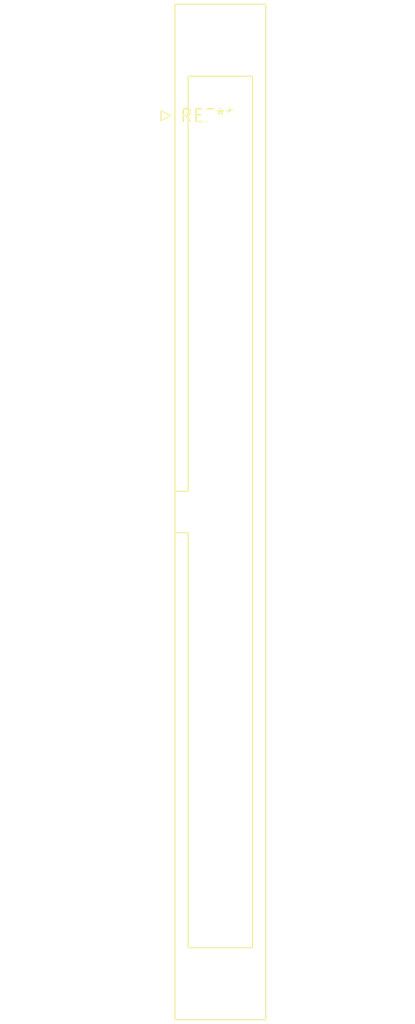
<source format=kicad_pcb>
(kicad_pcb (version 20240108) (generator pcbnew)
  (layers (0 "F.Cu" signal) (31 "B.Cu" signal) (34 "B.Paste" user) (35 "F.Paste" user) (36 "B.SilkS" user "B.Silkscreen") (37 "F.SilkS" user "F.Silkscreen") (38 "B.Mask" user) (39 "F.Mask" user) (44 "Edge.Cuts" user))
  (net 0 "")
  (footprint "IDC-Header_2x32_P2.54mm_Latch_Vertical" (layer "F.Cu") (at 0 0)
    (property "Reference" "REF**")
    (property "Value" "IDC-Header_2x32_P2.54mm_Latch_Vertical")
    (fp_line (start -4.63 -0.5) (end -4.63 0.5) (layer "F.SilkS") (stroke (width 0.12)))
    (fp_line (start -4.63 0.5) (end -3.63 0) (layer "F.SilkS") (stroke (width 0.12)))
    (fp_line (start -3.63 0) (end -4.63 -0.5) (layer "F.SilkS") (stroke (width 0.12)))
    (fp_line (start -3.24 -11.08) (end 5.78 -11.08) (layer "F.SilkS") (stroke (width 0.12)))
    (fp_line (start -3.24 37.32) (end -1.93 37.32) (layer "F.SilkS") (stroke (width 0.12)))
    (fp_line (start -3.24 89.82) (end -3.24 -11.08) (layer "F.SilkS") (stroke (width 0.12)))
    (fp_line (start -1.93 -3.92) (end 4.47 -3.92) (layer "F.SilkS") (stroke (width 0.12)))
    (fp_line (start -1.93 37.32) (end -1.93 -3.92) (layer "F.SilkS") (stroke (width 0.12)))
    (fp_line (start -1.93 41.42) (end -3.24 41.42) (layer "F.SilkS") (stroke (width 0.12)))
    (fp_line (start -1.93 41.42) (end -1.93 41.42) (layer "F.SilkS") (stroke (width 0.12)))
    (fp_line (start -1.93 82.66) (end -1.93 41.42) (layer "F.SilkS") (stroke (width 0.12)))
    (fp_line (start 4.47 -3.92) (end 4.47 82.66) (layer "F.SilkS") (stroke (width 0.12)))
    (fp_line (start 4.47 82.66) (end -1.93 82.66) (layer "F.SilkS") (stroke (width 0.12)))
    (fp_line (start 5.78 -11.08) (end 5.78 89.82) (layer "F.SilkS") (stroke (width 0.12)))
    (fp_line (start 5.78 89.82) (end -3.24 89.82) (layer "F.SilkS") (stroke (width 0.12)))
    (pad "1" thru_hole roundrect (at 0 0) (size 1.7 1.7) (drill 1) (layers *.Cu *.Mask) (remove_unused_layers) (roundrect_rratio 0.147059))
    (pad "2" thru_hole circle (at 2.54 0) (size 1.7 1.7) (drill 1) (layers *.Cu *.Mask) (remove_unused_layers))
    (pad "3" thru_hole circle (at 0 2.54) (size 1.7 1.7) (drill 1) (layers *.Cu *.Mask) (remove_unused_layers))
    (pad "4" thru_hole circle (at 2.54 2.54) (size 1.7 1.7) (drill 1) (layers *.Cu *.Mask) (remove_unused_layers))
    (pad "5" thru_hole circle (at 0 5.08) (size 1.7 1.7) (drill 1) (layers *.Cu *.Mask) (remove_unused_layers))
    (pad "6" thru_hole circle (at 2.54 5.08) (size 1.7 1.7) (drill 1) (layers *.Cu *.Mask) (remove_unused_layers))
    (pad "7" thru_hole circle (at 0 7.62) (size 1.7 1.7) (drill 1) (layers *.Cu *.Mask) (remove_unused_layers))
    (pad "8" thru_hole circle (at 2.54 7.62) (size 1.7 1.7) (drill 1) (layers *.Cu *.Mask) (remove_unused_layers))
    (pad "9" thru_hole circle (at 0 10.16) (size 1.7 1.7) (drill 1) (layers *.Cu *.Mask) (remove_unused_layers))
    (pad "10" thru_hole circle (at 2.54 10.16) (size 1.7 1.7) (drill 1) (layers *.Cu *.Mask) (remove_unused_layers))
    (pad "11" thru_hole circle (at 0 12.7) (size 1.7 1.7) (drill 1) (layers *.Cu *.Mask) (remove_unused_layers))
    (pad "12" thru_hole circle (at 2.54 12.7) (size 1.7 1.7) (drill 1) (layers *.Cu *.Mask) (remove_unused_layers))
    (pad "13" thru_hole circle (at 0 15.24) (size 1.7 1.7) (drill 1) (layers *.Cu *.Mask) (remove_unused_layers))
    (pad "14" thru_hole circle (at 2.54 15.24) (size 1.7 1.7) (drill 1) (layers *.Cu *.Mask) (remove_unused_layers))
    (pad "15" thru_hole circle (at 0 17.78) (size 1.7 1.7) (drill 1) (layers *.Cu *.Mask) (remove_unused_layers))
    (pad "16" thru_hole circle (at 2.54 17.78) (size 1.7 1.7) (drill 1) (layers *.Cu *.Mask) (remove_unused_layers))
    (pad "17" thru_hole circle (at 0 20.32) (size 1.7 1.7) (drill 1) (layers *.Cu *.Mask) (remove_unused_layers))
    (pad "18" thru_hole circle (at 2.54 20.32) (size 1.7 1.7) (drill 1) (layers *.Cu *.Mask) (remove_unused_layers))
    (pad "19" thru_hole circle (at 0 22.86) (size 1.7 1.7) (drill 1) (layers *.Cu *.Mask) (remove_unused_layers))
    (pad "20" thru_hole circle (at 2.54 22.86) (size 1.7 1.7) (drill 1) (layers *.Cu *.Mask) (remove_unused_layers))
    (pad "21" thru_hole circle (at 0 25.4) (size 1.7 1.7) (drill 1) (layers *.Cu *.Mask) (remove_unused_layers))
    (pad "22" thru_hole circle (at 2.54 25.4) (size 1.7 1.7) (drill 1) (layers *.Cu *.Mask) (remove_unused_layers))
    (pad "23" thru_hole circle (at 0 27.94) (size 1.7 1.7) (drill 1) (layers *.Cu *.Mask) (remove_unused_layers))
    (pad "24" thru_hole circle (at 2.54 27.94) (size 1.7 1.7) (drill 1) (layers *.Cu *.Mask) (remove_unused_layers))
    (pad "25" thru_hole circle (at 0 30.48) (size 1.7 1.7) (drill 1) (layers *.Cu *.Mask) (remove_unused_layers))
    (pad "26" thru_hole circle (at 2.54 30.48) (size 1.7 1.7) (drill 1) (layers *.Cu *.Mask) (remove_unused_layers))
    (pad "27" thru_hole circle (at 0 33.02) (size 1.7 1.7) (drill 1) (layers *.Cu *.Mask) (remove_unused_layers))
    (pad "28" thru_hole circle (at 2.54 33.02) (size 1.7 1.7) (drill 1) (layers *.Cu *.Mask) (remove_unused_layers))
    (pad "29" thru_hole circle (at 0 35.56) (size 1.7 1.7) (drill 1) (layers *.Cu *.Mask) (remove_unused_layers))
    (pad "30" thru_hole circle (at 2.54 35.56) (size 1.7 1.7) (drill 1) (layers *.Cu *.Mask) (remove_unused_layers))
    (pad "31" thru_hole circle (at 0 38.1) (size 1.7 1.7) (drill 1) (layers *.Cu *.Mask) (remove_unused_layers))
    (pad "32" thru_hole circle (at 2.54 38.1) (size 1.7 1.7) (drill 1) (layers *.Cu *.Mask) (remove_unused_layers))
    (pad "33" thru_hole circle (at 0 40.64) (size 1.7 1.7) (drill 1) (layers *.Cu *.Mask) (remove_unused_layers))
    (pad "34" thru_hole circle (at 2.54 40.64) (size 1.7 1.7) (drill 1) (layers *.Cu *.Mask) (remove_unused_layers))
    (pad "35" thru_hole circle (at 0 43.18) (size 1.7 1.7) (drill 1) (layers *.Cu *.Mask) (remove_unused_layers))
    (pad "36" thru_hole circle (at 2.54 43.18) (size 1.7 1.7) (drill 1) (layers *.Cu *.Mask) (remove_unused_layers))
    (pad "37" thru_hole circle (at 0 45.72) (size 1.7 1.7) (drill 1) (layers *.Cu *.Mask) (remove_unused_layers))
    (pad "38" thru_hole circle (at 2.54 45.72) (size 1.7 1.7) (drill 1) (layers *.Cu *.Mask) (remove_unused_layers))
    (pad "39" thru_hole circle (at 0 48.26) (size 1.7 1.7) (drill 1) (layers *.Cu *.Mask) (remove_unused_layers))
    (pad "40" thru_hole circle (at 2.54 48.26) (size 1.7 1.7) (drill 1) (layers *.Cu *.Mask) (remove_unused_layers))
    (pad "41" thru_hole circle (at 0 50.8) (size 1.7 1.7) (drill 1) (layers *.Cu *.Mask) (remove_unused_layers))
    (pad "42" thru_hole circle (at 2.54 50.8) (size 1.7 1.7) (drill 1) (layers *.Cu *.Mask) (remove_unused_layers))
    (pad "43" thru_hole circle (at 0 53.34) (size 1.7 1.7) (drill 1) (layers *.Cu *.Mask) (remove_unused_layers))
    (pad "44" thru_hole circle (at 2.54 53.34) (size 1.7 1.7) (drill 1) (layers *.Cu *.Mask) (remove_unused_layers))
    (pad "45" thru_hole circle (at 0 55.88) (size 1.7 1.7) (drill 1) (layers *.Cu *.Mask) (remove_unused_layers))
    (pad "46" thru_hole circle (at 2.54 55.88) (size 1.7 1.7) (drill 1) (layers *.Cu *.Mask) (remove_unused_layers))
    (pad "47" thru_hole circle (at 0 58.42) (size 1.7 1.7) (drill 1) (layers *.Cu *.Mask) (remove_unused_layers))
    (pad "48" thru_hole circle (at 2.54 58.42) (size 1.7 1.7) (drill 1) (layers *.Cu *.Mask) (remove_unused_layers))
    (pad "49" thru_hole circle (at 0 60.96) (size 1.7 1.7) (drill 1) (layers *.Cu *.Mask) (remove_unused_layers))
    (pad "50" thru_hole circle (at 2.54 60.96) (size 1.7 1.7) (drill 1) (layers *.Cu *.Mask) (remove_unused_layers))
    (pad "51" thru_hole circle (at 0 63.5) (size 1.7 1.7) (drill 1) (layers *.Cu *.Mask) (remove_unused_layers))
    (pad "52" thru_hole circle (at 2.54 63.5) (size 1.7 1.7) (drill 1) (layers *.Cu *.Mask) (remove_unused_layers))
    (pad "53" thru_hole circle (at 0 66.04) (size 1.7 1.7) (drill 1) (layers *.Cu *.Mask) (remove_unused_layers))
    (pad "54" thru_hole circle (at 2.54 66.04) (size 1.7 1.7) (drill 1) (layers *.Cu *.Mask) (remove_unused_layers))
    (pad "55" thru_hole circle (at 0 68.58) (size 1.7 1.7) (drill 1) (layers *.Cu *.Mask) (remove_unused_layers))
    (pad "56" thru_hole circle (at 2.54 68.58) (size 1.7 1.7) (drill 1) (layers *.Cu *.Mask) (remove_unused_layers))
    (pad "57" thru_hole circle (at 0 71.12) (size 1.7 1.7) (drill 1) (layers *.Cu *.Mask) (remove_unused_layers))
    (pad "58" thru_hole circle (at 2.54 71.12) (size 1.7 1.7) (drill 1) (layers *.Cu *.Mask) (remove_unused_layers))
    (pad "59" thru_hole circle (at 0 73.66) (size 1.7 1.7) (drill 1) (layers *.Cu *.Mask) (remove_unused_layers))
    (pad "60" thru_hole circle (at 2.54 73.66) (size 1.7 1.7) (drill 1) (layers *.Cu *.Mask) (remove_unused_layers))
    (pad "61" thru_hole circle (at 0 76.2) (size 1.7 1.7) (drill 1) (layers *.Cu *.Mask) (remove_unused_layers))
    (pad "62" thru_hole circle (at 2.54 76.2) (size 1.7 1.7) (drill 1) (layers *.Cu *.Mask) (remove_unused_layers))
    (pad "63" thru_hole circle (at 0 78.74) (size 1.7 1.7) (drill 1) (layers *.Cu *.Mask) (remove_unused_layers))
    (pad "64" thru_hole circle (at 2.54 78.74) (size 1.7 1.7) (drill 1) (layers *.Cu *.Mask) (remove_unused_layers))
  )
)
</source>
